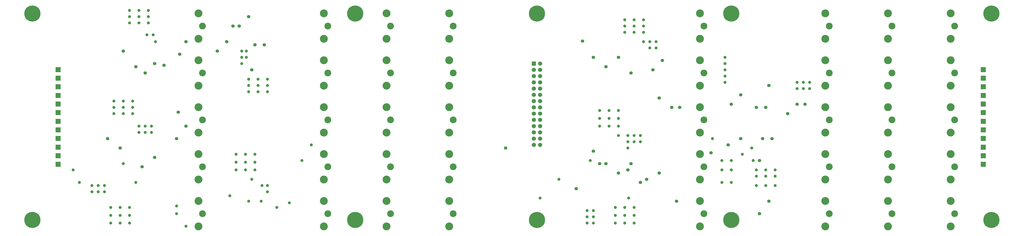
<source format=gbr>
G75*
G70*
%OFA0B0*%
%FSLAX24Y24*%
%IPPOS*%
%LPD*%
%AMOC8*
5,1,8,0,0,1.08239X$1,22.5*
%
%ADD10C,0.1084*%
%ADD11C,0.1261*%
%ADD12C,0.2580*%
%ADD13R,0.0789X0.0789*%
%ADD14R,0.0670X0.0670*%
%ADD15C,0.0670*%
%ADD16C,0.0535*%
%ADD17C,0.0476*%
%ADD18R,0.0476X0.0476*%
D10*
X043238Y004681D03*
X063238Y004681D03*
X073238Y004681D03*
X083238Y004681D03*
X083238Y012181D03*
X073238Y012181D03*
X063238Y012181D03*
X043238Y012181D03*
X043238Y019681D03*
X063238Y019681D03*
X073238Y019681D03*
X083238Y019681D03*
X083238Y027181D03*
X073238Y027181D03*
X063238Y027181D03*
X043238Y027181D03*
X043238Y034681D03*
X063238Y034681D03*
X073238Y034681D03*
X083238Y034681D03*
X123238Y034681D03*
X143238Y034681D03*
X153238Y034681D03*
X163238Y034681D03*
X163238Y027181D03*
X153238Y027181D03*
X143238Y027181D03*
X123238Y027181D03*
X123238Y019681D03*
X143238Y019681D03*
X153238Y019681D03*
X163238Y019681D03*
X163238Y012181D03*
X153238Y012181D03*
X143238Y012181D03*
X123238Y012181D03*
X123238Y004681D03*
X143238Y004681D03*
X153238Y004681D03*
X163238Y004681D03*
D11*
X162609Y002654D03*
X152609Y002654D03*
X142609Y002654D03*
X142609Y006709D03*
X152609Y006709D03*
X162609Y006709D03*
X162609Y010154D03*
X152609Y010154D03*
X142609Y010154D03*
X142609Y014209D03*
X152609Y014209D03*
X162609Y014209D03*
X162609Y017654D03*
X152609Y017654D03*
X142609Y017654D03*
X142609Y021709D03*
X152609Y021709D03*
X162609Y021709D03*
X162609Y025154D03*
X152609Y025154D03*
X142609Y025154D03*
X142609Y029209D03*
X152609Y029209D03*
X162609Y029209D03*
X162609Y032654D03*
X152609Y032654D03*
X142609Y032654D03*
X142609Y036709D03*
X152609Y036709D03*
X162609Y036709D03*
X122609Y036709D03*
X122609Y032654D03*
X122609Y029209D03*
X122609Y025154D03*
X122609Y021709D03*
X122609Y017654D03*
X122609Y014209D03*
X122609Y010154D03*
X122609Y006709D03*
X122609Y002654D03*
X082609Y002654D03*
X072609Y002654D03*
X062609Y002654D03*
X062609Y006709D03*
X072609Y006709D03*
X082609Y006709D03*
X082609Y010154D03*
X072609Y010154D03*
X062609Y010154D03*
X062609Y014209D03*
X072609Y014209D03*
X082609Y014209D03*
X082609Y017654D03*
X072609Y017654D03*
X062609Y017654D03*
X062609Y021709D03*
X072609Y021709D03*
X082609Y021709D03*
X082609Y025154D03*
X072609Y025154D03*
X062609Y025154D03*
X062609Y029209D03*
X072609Y029209D03*
X082609Y029209D03*
X082609Y032654D03*
X072609Y032654D03*
X062609Y032654D03*
X062609Y036709D03*
X072609Y036709D03*
X082609Y036709D03*
X042609Y036709D03*
X042609Y032654D03*
X042609Y029209D03*
X042609Y025154D03*
X042609Y021709D03*
X042609Y017654D03*
X042609Y014209D03*
X042609Y010154D03*
X042609Y006709D03*
X042609Y002654D03*
D12*
X016109Y003681D03*
X067609Y003681D03*
X096609Y003681D03*
X127609Y003681D03*
X169109Y003681D03*
X169109Y036681D03*
X127609Y036681D03*
X096609Y036681D03*
X067609Y036681D03*
X016109Y036681D03*
D13*
X020187Y027740D03*
X020187Y026363D03*
X020187Y024985D03*
X020187Y023607D03*
X020187Y022229D03*
X020187Y020851D03*
X020187Y019473D03*
X020187Y018095D03*
X020187Y016717D03*
X020187Y015339D03*
X020187Y013961D03*
X020187Y012583D03*
X167784Y012583D03*
X167784Y013961D03*
X167784Y015339D03*
X167784Y016717D03*
X167784Y018095D03*
X167784Y019473D03*
X167784Y020851D03*
X167784Y022229D03*
X167784Y023607D03*
X167784Y024985D03*
X167784Y026363D03*
X167784Y027740D03*
D14*
X096109Y028681D03*
D15*
X097109Y028681D03*
X097109Y027681D03*
X096109Y027681D03*
X096109Y026681D03*
X097109Y026681D03*
X097109Y025681D03*
X096109Y025681D03*
X096109Y024681D03*
X097109Y024681D03*
X097109Y023681D03*
X096109Y023681D03*
X096109Y022681D03*
X097109Y022681D03*
X097109Y021681D03*
X096109Y021681D03*
X096109Y020681D03*
X097109Y020681D03*
X097109Y019681D03*
X096109Y019681D03*
X096109Y018681D03*
X097109Y018681D03*
X097109Y017681D03*
X096109Y017681D03*
X096109Y016681D03*
X097109Y016681D03*
X097109Y015681D03*
X096109Y015681D03*
D16*
X105609Y014681D03*
X106609Y012681D03*
X107609Y012681D03*
X111609Y012681D03*
X111109Y011681D03*
X109609Y011181D03*
X114109Y010181D03*
X113109Y009681D03*
X116109Y011181D03*
X124359Y014431D03*
X127109Y015681D03*
X129109Y016681D03*
X132609Y016681D03*
X134109Y016681D03*
X132109Y013181D03*
X133609Y006681D03*
X132109Y004681D03*
X118859Y006681D03*
X102859Y008681D03*
X136609Y020681D03*
X133109Y021681D03*
X131609Y021681D03*
X127609Y022181D03*
X129109Y023681D03*
X133609Y025181D03*
X138109Y022181D03*
X139359Y022181D03*
X119359Y021681D03*
X118109Y021681D03*
X116109Y023181D03*
X111609Y027181D03*
X115109Y027681D03*
X116609Y029181D03*
X109609Y029681D03*
X105609Y029681D03*
X107609Y028181D03*
X103859Y032306D03*
X053109Y031681D03*
X051609Y031681D03*
X047109Y032181D03*
X045609Y030681D03*
X040609Y032181D03*
X039609Y030181D03*
X035609Y028681D03*
X037109Y028431D03*
X034109Y027181D03*
X032609Y028181D03*
X030609Y030681D03*
X048109Y034681D03*
X049109Y034681D03*
X050609Y036181D03*
X051109Y027681D03*
X039359Y020931D03*
X040609Y018681D03*
X039109Y016681D03*
X030109Y015181D03*
X028109Y016681D03*
X035609Y013681D03*
X033609Y012181D03*
D17*
X030609Y012681D03*
X022609Y011681D03*
X023609Y009681D03*
X025609Y009181D03*
X026609Y009181D03*
X027609Y009181D03*
X027609Y008181D03*
X026609Y008181D03*
X025609Y008181D03*
X032609Y009681D03*
X031609Y005681D03*
X030109Y005681D03*
X028609Y005681D03*
X028609Y004431D03*
X030109Y004431D03*
X031609Y004431D03*
X031609Y003181D03*
X030109Y003181D03*
X028609Y003181D03*
X039109Y004681D03*
X039109Y005931D03*
X047609Y007556D03*
X050609Y006681D03*
X052609Y006681D03*
X055109Y005681D03*
X057109Y006431D03*
X053609Y008181D03*
X053609Y009181D03*
X052734Y009181D03*
X051109Y010181D03*
X051609Y011681D03*
X050109Y011681D03*
X048609Y011681D03*
X048609Y012931D03*
X050109Y012931D03*
X051609Y012931D03*
X051609Y014181D03*
X050109Y014181D03*
X048609Y014181D03*
X059109Y013181D03*
X060609Y015681D03*
X035109Y017681D03*
X034109Y017681D03*
X033109Y017681D03*
X033109Y018681D03*
X034109Y018681D03*
X035109Y018681D03*
X032109Y020681D03*
X030609Y020681D03*
X029109Y020681D03*
X029109Y021681D03*
X030609Y021681D03*
X032109Y021681D03*
X032109Y022681D03*
X030609Y022681D03*
X029109Y022681D03*
X050609Y024181D03*
X052109Y024181D03*
X053609Y024181D03*
X053609Y025181D03*
X052109Y025181D03*
X050609Y025181D03*
X050609Y026181D03*
X052109Y026181D03*
X053609Y026181D03*
X049484Y028681D03*
X049484Y029681D03*
X050234Y029681D03*
X050234Y030681D03*
X049484Y030681D03*
X035734Y032181D03*
X035359Y033306D03*
X034359Y033306D03*
X034609Y035181D03*
X033109Y035181D03*
X031609Y035181D03*
X031609Y036181D03*
X033109Y036181D03*
X034609Y036181D03*
X034609Y037181D03*
X033109Y037181D03*
X031609Y037181D03*
X106609Y021181D03*
X108109Y021181D03*
X109609Y021181D03*
X109609Y019931D03*
X108109Y019931D03*
X106609Y019931D03*
X106609Y018681D03*
X108109Y018681D03*
X109609Y018681D03*
X109609Y017181D03*
X111109Y017181D03*
X112109Y017181D03*
X113109Y017181D03*
X113109Y016181D03*
X112109Y016181D03*
X111109Y016181D03*
X111109Y015181D03*
X105109Y013181D03*
X100109Y010181D03*
X097109Y007181D03*
X104609Y005181D03*
X105609Y005181D03*
X105609Y004181D03*
X104609Y004181D03*
X104609Y003181D03*
X105609Y003181D03*
X109109Y003181D03*
X110609Y003181D03*
X112109Y003181D03*
X112109Y004431D03*
X110609Y004431D03*
X109109Y004431D03*
X109109Y005681D03*
X110609Y005681D03*
X112109Y005681D03*
X111234Y007181D03*
X126109Y009681D03*
X127609Y009681D03*
X131609Y009181D03*
X133109Y009181D03*
X134609Y009181D03*
X134609Y010681D03*
X133109Y010681D03*
X131609Y010681D03*
X131609Y011681D03*
X133109Y011681D03*
X134609Y011681D03*
X131109Y013181D03*
X127609Y013181D03*
X126109Y013181D03*
X129359Y014181D03*
X130859Y015181D03*
X124609Y016681D03*
X126109Y011681D03*
X127609Y011681D03*
X138109Y024681D03*
X139109Y024681D03*
X140109Y024681D03*
X140109Y025681D03*
X139109Y025681D03*
X138109Y025681D03*
X126609Y025681D03*
X126609Y026681D03*
X126609Y027681D03*
X126609Y028681D03*
X126609Y029681D03*
X115609Y031181D03*
X114609Y031181D03*
X114609Y032181D03*
X115609Y032181D03*
X113609Y032181D03*
X113609Y033681D03*
X112109Y033681D03*
X110609Y033681D03*
X110609Y034681D03*
X112109Y034681D03*
X113609Y034681D03*
X113609Y035681D03*
X112109Y035681D03*
X110609Y035681D03*
X040609Y002681D03*
D18*
X091609Y015181D03*
M02*

</source>
